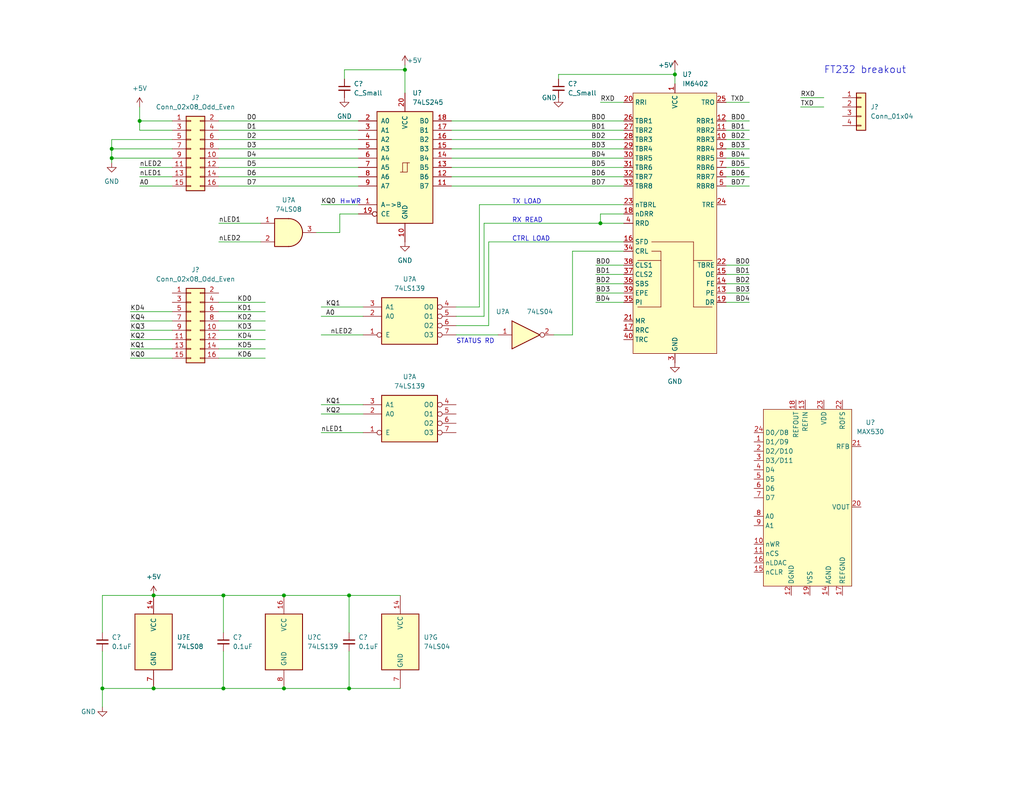
<source format=kicad_sch>
(kicad_sch (version 20211123) (generator eeschema)
  (paper "USLetter")
  (title_block (title "DAQ / Control Interface") (company "UPCO Graphic Systems"))
  (lib_symbols
    (symbol "74xx:74LS04"
      (property "Reference" "U" (at 0 1.27 0))
      (property "Value" "74LS04" (at 0 -1.27 0))
      (symbol "74LS04_1_0"
        (polyline (pts (xy -3.81 3.81) (xy -3.81 -3.81) (xy 3.81 0) (xy -3.81 3.81)) (stroke (width 0.254)) (fill (type background)))
        (pin input line (at -7.62 0 0) (length 3.81) (name "~") (number "1"))
        (pin output inverted (at 7.62 0 180) (length 3.81) (name "~") (number "2"))
      )
      (symbol "74LS04_2_0"
        (polyline (pts (xy -3.81 3.81) (xy -3.81 -3.81) (xy 3.81 0) (xy -3.81 3.81)) (stroke (width 0.254)) (fill (type background)))
        (pin input line (at -7.62 0 0) (length 3.81) (name "~") (number "3"))
        (pin output inverted (at 7.62 0 180) (length 3.81) (name "~") (number "4"))
      )
      (symbol "74LS04_3_0"
        (polyline (pts (xy -3.81 3.81) (xy -3.81 -3.81) (xy 3.81 0) (xy -3.81 3.81)) (stroke (width 0.254)) (fill (type background)))
        (pin input line (at -7.62 0 0) (length 3.81) (name "~") (number "5"))
        (pin output inverted (at 7.62 0 180) (length 3.81) (name "~") (number "6"))
      )
      (symbol "74LS04_4_0"
        (polyline (pts (xy -3.81 3.81) (xy -3.81 -3.81) (xy 3.81 0) (xy -3.81 3.81)) (stroke (width 0.254)) (fill (type background)))
        (pin output inverted (at 7.62 0 180) (length 3.81) (name "~") (number "8"))
        (pin input line (at -7.62 0 0) (length 3.81) (name "~") (number "9"))
      )
      (symbol "74LS04_5_0"
        (polyline (pts (xy -3.81 3.81) (xy -3.81 -3.81) (xy 3.81 0) (xy -3.81 3.81)) (stroke (width 0.254)) (fill (type background)))
        (pin output inverted (at 7.62 0 180) (length 3.81) (name "~") (number "10"))
        (pin input line (at -7.62 0 0) (length 3.81) (name "~") (number "11"))
      )
      (symbol "74LS04_6_0"
        (polyline (pts (xy -3.81 3.81) (xy -3.81 -3.81) (xy 3.81 0) (xy -3.81 3.81)) (stroke (width 0.254)) (fill (type background)))
        (pin output inverted (at 7.62 0 180) (length 3.81) (name "~") (number "12"))
        (pin input line (at -7.62 0 0) (length 3.81) (name "~") (number "13"))
      )
      (symbol "74LS04_7_0"
        (pin power_in line (at 0 12.7 270) (length 5.08) (name "VCC") (number "14"))
        (pin power_in line (at 0 -12.7 90) (length 5.08) (name "GND") (number "7"))
      )
      (symbol "74LS04_7_1"
        (rectangle (start -5.08 7.62) (end 5.08 -7.62) (stroke (width 0.254)) (fill (type background)))
      )
    )
    (symbol "74xx:74LS08" (pin_names (offset 1.016))
      (property "Reference" "U" (at 0 1.27 0))
      (property "Value" "74LS08" (at 0 -1.27 0))
      (symbol "74LS08_1_1"
        (arc (start 0 -3.81) (mid 3.81 0) (end 0 3.81) (stroke (width 0.254)) (fill (type background)))
        (polyline (pts (xy 0 3.81) (xy -3.81 3.81) (xy -3.81 -3.81) (xy 0 -3.81)) (stroke (width 0.254)) (fill (type background)))
        (pin input line (at -7.62 2.54 0) (length 3.81) (name "~") (number "1"))
        (pin input line (at -7.62 -2.54 0) (length 3.81) (name "~") (number "2"))
        (pin output line (at 7.62 0 180) (length 3.81) (name "~") (number "3"))
      )
      (symbol "74LS08_1_2"
        (arc (start -3.81 -3.81) (mid -2.589 0) (end -3.81 3.81) (stroke (width 0.254)))
        (arc (start -0.6096 -3.81) (mid 2.1842 -2.5851) (end 3.81 0) (stroke (width 0.254)) (fill (type background)))
        (polyline (pts (xy -3.81 -3.81) (xy -0.635 -3.81)) (stroke (width 0.254)) (fill (type background)))
        (polyline (pts (xy -3.81 3.81) (xy -0.635 3.81)) (stroke (width 0.254)) (fill (type background)))
        (polyline (pts (xy -0.635 3.81) (xy -3.81 3.81) (xy -3.81 3.81) (xy -3.556 3.4036) (xy -3.0226 2.2606) (xy -2.6924 1.0414) (xy -2.6162 -0.254) (xy -2.7686 -1.4986) (xy -3.175 -2.7178) (xy -3.81 -3.81) (xy -3.81 -3.81) (xy -0.635 -3.81)) (stroke (width -25.4)) (fill (type background)))
        (arc (start 3.81 0) (mid 2.1915 2.5936) (end -0.6096 3.81) (stroke (width 0.254)) (fill (type background)))
        (pin input inverted (at -7.62 2.54 0) (length 4.318) (name "~") (number "1"))
        (pin input inverted (at -7.62 -2.54 0) (length 4.318) (name "~") (number "2"))
        (pin output inverted (at 7.62 0 180) (length 3.81) (name "~") (number "3"))
      )
      (symbol "74LS08_2_1"
        (arc (start 0 -3.81) (mid 3.81 0) (end 0 3.81) (stroke (width 0.254)) (fill (type background)))
        (polyline (pts (xy 0 3.81) (xy -3.81 3.81) (xy -3.81 -3.81) (xy 0 -3.81)) (stroke (width 0.254)) (fill (type background)))
        (pin input line (at -7.62 2.54 0) (length 3.81) (name "~") (number "4"))
        (pin input line (at -7.62 -2.54 0) (length 3.81) (name "~") (number "5"))
        (pin output line (at 7.62 0 180) (length 3.81) (name "~") (number "6"))
      )
      (symbol "74LS08_2_2"
        (arc (start -3.81 -3.81) (mid -2.589 0) (end -3.81 3.81) (stroke (width 0.254)))
        (arc (start -0.6096 -3.81) (mid 2.1842 -2.5851) (end 3.81 0) (stroke (width 0.254)) (fill (type background)))
        (polyline (pts (xy -3.81 -3.81) (xy -0.635 -3.81)) (stroke (width 0.254)) (fill (type background)))
        (polyline (pts (xy -3.81 3.81) (xy -0.635 3.81)) (stroke (width 0.254)) (fill (type background)))
        (polyline (pts (xy -0.635 3.81) (xy -3.81 3.81) (xy -3.81 3.81) (xy -3.556 3.4036) (xy -3.0226 2.2606) (xy -2.6924 1.0414) (xy -2.6162 -0.254) (xy -2.7686 -1.4986) (xy -3.175 -2.7178) (xy -3.81 -3.81) (xy -3.81 -3.81) (xy -0.635 -3.81)) (stroke (width -25.4)) (fill (type background)))
        (arc (start 3.81 0) (mid 2.1915 2.5936) (end -0.6096 3.81) (stroke (width 0.254)) (fill (type background)))
        (pin input inverted (at -7.62 2.54 0) (length 4.318) (name "~") (number "4"))
        (pin input inverted (at -7.62 -2.54 0) (length 4.318) (name "~") (number "5"))
        (pin output inverted (at 7.62 0 180) (length 3.81) (name "~") (number "6"))
      )
      (symbol "74LS08_3_1"
        (arc (start 0 -3.81) (mid 3.81 0) (end 0 3.81) (stroke (width 0.254)) (fill (type background)))
        (polyline (pts (xy 0 3.81) (xy -3.81 3.81) (xy -3.81 -3.81) (xy 0 -3.81)) (stroke (width 0.254)) (fill (type background)))
        (pin input line (at -7.62 -2.54 0) (length 3.81) (name "~") (number "10"))
        (pin output line (at 7.62 0 180) (length 3.81) (name "~") (number "8"))
        (pin input line (at -7.62 2.54 0) (length 3.81) (name "~") (number "9"))
      )
      (symbol "74LS08_3_2"
        (arc (start -3.81 -3.81) (mid -2.589 0) (end -3.81 3.81) (stroke (width 0.254)))
        (arc (start -0.6096 -3.81) (mid 2.1842 -2.5851) (end 3.81 0) (stroke (width 0.254)) (fill (type background)))
        (polyline (pts (xy -3.81 -3.81) (xy -0.635 -3.81)) (stroke (width 0.254)) (fill (type background)))
        (polyline (pts (xy -3.81 3.81) (xy -0.635 3.81)) (stroke (width 0.254)) (fill (type background)))
        (polyline (pts (xy -0.635 3.81) (xy -3.81 3.81) (xy -3.81 3.81) (xy -3.556 3.4036) (xy -3.0226 2.2606) (xy -2.6924 1.0414) (xy -2.6162 -0.254) (xy -2.7686 -1.4986) (xy -3.175 -2.7178) (xy -3.81 -3.81) (xy -3.81 -3.81) (xy -0.635 -3.81)) (stroke (width -25.4)) (fill (type background)))
        (arc (start 3.81 0) (mid 2.1915 2.5936) (end -0.6096 3.81) (stroke (width 0.254)) (fill (type background)))
        (pin input inverted (at -7.62 -2.54 0) (length 4.318) (name "~") (number "10"))
        (pin output inverted (at 7.62 0 180) (length 3.81) (name "~") (number "8"))
        (pin input inverted (at -7.62 2.54 0) (length 4.318) (name "~") (number "9"))
      )
      (symbol "74LS08_4_1"
        (arc (start 0 -3.81) (mid 3.81 0) (end 0 3.81) (stroke (width 0.254)) (fill (type background)))
        (polyline (pts (xy 0 3.81) (xy -3.81 3.81) (xy -3.81 -3.81) (xy 0 -3.81)) (stroke (width 0.254)) (fill (type background)))
        (pin output line (at 7.62 0 180) (length 3.81) (name "~") (number "11"))
        (pin input line (at -7.62 2.54 0) (length 3.81) (name "~") (number "12"))
        (pin input line (at -7.62 -2.54 0) (length 3.81) (name "~") (number "13"))
      )
      (symbol "74LS08_4_2"
        (arc (start -3.81 -3.81) (mid -2.589 0) (end -3.81 3.81) (stroke (width 0.254)))
        (arc (start -0.6096 -3.81) (mid 2.1842 -2.5851) (end 3.81 0) (stroke (width 0.254)) (fill (type background)))
        (polyline (pts (xy -3.81 -3.81) (xy -0.635 -3.81)) (stroke (width 0.254)) (fill (type background)))
        (polyline (pts (xy -3.81 3.81) (xy -0.635 3.81)) (stroke (width 0.254)) (fill (type background)))
        (polyline (pts (xy -0.635 3.81) (xy -3.81 3.81) (xy -3.81 3.81) (xy -3.556 3.4036) (xy -3.0226 2.2606) (xy -2.6924 1.0414) (xy -2.6162 -0.254) (xy -2.7686 -1.4986) (xy -3.175 -2.7178) (xy -3.81 -3.81) (xy -3.81 -3.81) (xy -0.635 -3.81)) (stroke (width -25.4)) (fill (type background)))
        (arc (start 3.81 0) (mid 2.1915 2.5936) (end -0.6096 3.81) (stroke (width 0.254)) (fill (type background)))
        (pin output inverted (at 7.62 0 180) (length 3.81) (name "~") (number "11"))
        (pin input inverted (at -7.62 2.54 0) (length 4.318) (name "~") (number "12"))
        (pin input inverted (at -7.62 -2.54 0) (length 4.318) (name "~") (number "13"))
      )
      (symbol "74LS08_5_0"
        (pin power_in line (at 0 12.7 270) (length 5.08) (name "VCC") (number "14"))
        (pin power_in line (at 0 -12.7 90) (length 5.08) (name "GND") (number "7"))
      )
      (symbol "74LS08_5_1"
        (rectangle (start -5.08 7.62) (end 5.08 -7.62) (stroke (width 0.254)) (fill (type background)))
      )
    )
    (symbol "74xx:74LS139" (pin_names (offset 1.016))
      (property "Reference" "U" (at -7.62 8.89 0))
      (property "Value" "74LS139" (at -7.62 -8.89 0))
      (symbol "74LS139_1_0"
        (pin input inverted (at -12.7 -5.08 0) (length 5.08) (name "E") (number "1"))
        (pin input line (at -12.7 0 0) (length 5.08) (name "A0") (number "2"))
        (pin input line (at -12.7 2.54 0) (length 5.08) (name "A1") (number "3"))
        (pin output inverted (at 12.7 2.54 180) (length 5.08) (name "O0") (number "4"))
        (pin output inverted (at 12.7 0 180) (length 5.08) (name "O1") (number "5"))
        (pin output inverted (at 12.7 -2.54 180) (length 5.08) (name "O2") (number "6"))
        (pin output inverted (at 12.7 -5.08 180) (length 5.08) (name "O3") (number "7"))
      )
      (symbol "74LS139_1_1"
        (rectangle (start -7.62 5.08) (end 7.62 -7.62) (stroke (width 0.254)) (fill (type background)))
      )
      (symbol "74LS139_2_0"
        (pin output inverted (at 12.7 -2.54 180) (length 5.08) (name "O2") (number "10"))
        (pin output inverted (at 12.7 0 180) (length 5.08) (name "O1") (number "11"))
        (pin output inverted (at 12.7 2.54 180) (length 5.08) (name "O0") (number "12"))
        (pin input line (at -12.7 2.54 0) (length 5.08) (name "A1") (number "13"))
        (pin input line (at -12.7 0 0) (length 5.08) (name "A0") (number "14"))
        (pin input inverted (at -12.7 -5.08 0) (length 5.08) (name "E") (number "15"))
        (pin output inverted (at 12.7 -5.08 180) (length 5.08) (name "O3") (number "9"))
      )
      (symbol "74LS139_2_1"
        (rectangle (start -7.62 5.08) (end 7.62 -7.62) (stroke (width 0.254)) (fill (type background)))
      )
      (symbol "74LS139_3_0"
        (pin power_in line (at 0 12.7 270) (length 5.08) (name "VCC") (number "16"))
        (pin power_in line (at 0 -12.7 90) (length 5.08) (name "GND") (number "8"))
      )
      (symbol "74LS139_3_1"
        (rectangle (start -5.08 7.62) (end 5.08 -7.62) (stroke (width 0.254)) (fill (type background)))
      )
    )
    (symbol "74xx:74LS245" (pin_names (offset 1.016))
      (property "Reference" "U" (at -7.62 16.51 0))
      (property "Value" "74LS245" (at -7.62 -16.51 0))
      (symbol "74LS245_1_0"
        (polyline (pts (xy -0.635 -1.27) (xy -0.635 1.27) (xy 0.635 1.27)))
        (polyline (pts (xy -1.27 -1.27) (xy 0.635 -1.27) (xy 0.635 1.27) (xy 1.27 1.27)))
        (pin input line (at -12.7 -10.16 0) (length 5.08) (name "A->B") (number "1"))
        (pin power_in line (at 0 -20.32 90) (length 5.08) (name "GND") (number "10"))
        (pin tri_state line (at 12.7 -5.08 180) (length 5.08) (name "B7") (number "11"))
        (pin tri_state line (at 12.7 -2.54 180) (length 5.08) (name "B6") (number "12"))
        (pin tri_state line (at 12.7 0 180) (length 5.08) (name "B5") (number "13"))
        (pin tri_state line (at 12.7 2.54 180) (length 5.08) (name "B4") (number "14"))
        (pin tri_state line (at 12.7 5.08 180) (length 5.08) (name "B3") (number "15"))
        (pin tri_state line (at 12.7 7.62 180) (length 5.08) (name "B2") (number "16"))
        (pin tri_state line (at 12.7 10.16 180) (length 5.08) (name "B1") (number "17"))
        (pin tri_state line (at 12.7 12.7 180) (length 5.08) (name "B0") (number "18"))
        (pin input inverted (at -12.7 -12.7 0) (length 5.08) (name "CE") (number "19"))
        (pin tri_state line (at -12.7 12.7 0) (length 5.08) (name "A0") (number "2"))
        (pin power_in line (at 0 20.32 270) (length 5.08) (name "VCC") (number "20"))
        (pin tri_state line (at -12.7 10.16 0) (length 5.08) (name "A1") (number "3"))
        (pin tri_state line (at -12.7 7.62 0) (length 5.08) (name "A2") (number "4"))
        (pin tri_state line (at -12.7 5.08 0) (length 5.08) (name "A3") (number "5"))
        (pin tri_state line (at -12.7 2.54 0) (length 5.08) (name "A4") (number "6"))
        (pin tri_state line (at -12.7 0 0) (length 5.08) (name "A5") (number "7"))
        (pin tri_state line (at -12.7 -2.54 0) (length 5.08) (name "A6") (number "8"))
        (pin tri_state line (at -12.7 -5.08 0) (length 5.08) (name "A7") (number "9"))
      )
      (symbol "74LS245_1_1"
        (rectangle (start -7.62 15.24) (end 7.62 -15.24) (stroke (width 0.254)) (fill (type background)))
      )
    )
    (symbol "Connector_Generic:Conn_01x04" (pin_names (offset 1.016) hide)
      (property "Reference" "J" (at 0 5.08 0))
      (property "Value" "Conn_01x04" (at 0 -7.62 0))
      (symbol "Conn_01x04_1_1"
        (rectangle (start -1.27 -4.953) (end 0 -5.207) (stroke (width 0.1524)))
        (rectangle (start -1.27 -2.413) (end 0 -2.667) (stroke (width 0.1524)))
        (rectangle (start -1.27 0.127) (end 0 -0.127) (stroke (width 0.1524)))
        (rectangle (start -1.27 2.667) (end 0 2.413) (stroke (width 0.1524)))
        (rectangle (start -1.27 3.81) (end 1.27 -6.35) (stroke (width 0.254)) (fill (type background)))
        (pin passive line (at -5.08 2.54 0) (length 3.81) (name "Pin_1") (number "1"))
        (pin passive line (at -5.08 0 0) (length 3.81) (name "Pin_2") (number "2"))
        (pin passive line (at -5.08 -2.54 0) (length 3.81) (name "Pin_3") (number "3"))
        (pin passive line (at -5.08 -5.08 0) (length 3.81) (name "Pin_4") (number "4"))
      )
    )
    (symbol "Connector_Generic:Conn_02x08_Odd_Even" (pin_names (offset 1.016) hide)
      (property "Reference" "J" (at 1.27 10.16 0))
      (property "Value" "Conn_02x08_Odd_Even" (at 1.27 -12.7 0))
      (symbol "Conn_02x08_Odd_Even_1_1"
        (rectangle (start -1.27 -10.033) (end 0 -10.287) (stroke (width 0.1524)))
        (rectangle (start -1.27 -7.493) (end 0 -7.747) (stroke (width 0.1524)))
        (rectangle (start -1.27 -4.953) (end 0 -5.207) (stroke (width 0.1524)))
        (rectangle (start -1.27 -2.413) (end 0 -2.667) (stroke (width 0.1524)))
        (rectangle (start -1.27 0.127) (end 0 -0.127) (stroke (width 0.1524)))
        (rectangle (start -1.27 2.667) (end 0 2.413) (stroke (width 0.1524)))
        (rectangle (start -1.27 5.207) (end 0 4.953) (stroke (width 0.1524)))
        (rectangle (start -1.27 7.747) (end 0 7.493) (stroke (width 0.1524)))
        (rectangle (start -1.27 8.89) (end 3.81 -11.43) (stroke (width 0.254)) (fill (type background)))
        (rectangle (start 3.81 -10.033) (end 2.54 -10.287) (stroke (width 0.1524)))
        (rectangle (start 3.81 -7.493) (end 2.54 -7.747) (stroke (width 0.1524)))
        (rectangle (start 3.81 -4.953) (end 2.54 -5.207) (stroke (width 0.1524)))
        (rectangle (start 3.81 -2.413) (end 2.54 -2.667) (stroke (width 0.1524)))
        (rectangle (start 3.81 0.127) (end 2.54 -0.127) (stroke (width 0.1524)))
        (rectangle (start 3.81 2.667) (end 2.54 2.413) (stroke (width 0.1524)))
        (rectangle (start 3.81 5.207) (end 2.54 4.953) (stroke (width 0.1524)))
        (rectangle (start 3.81 7.747) (end 2.54 7.493) (stroke (width 0.1524)))
        (pin passive line (at -5.08 7.62 0) (length 3.81) (name "Pin_1") (number "1"))
        (pin passive line (at 7.62 -2.54 180) (length 3.81) (name "Pin_10") (number "10"))
        (pin passive line (at -5.08 -5.08 0) (length 3.81) (name "Pin_11") (number "11"))
        (pin passive line (at 7.62 -5.08 180) (length 3.81) (name "Pin_12") (number "12"))
        (pin passive line (at -5.08 -7.62 0) (length 3.81) (name "Pin_13") (number "13"))
        (pin passive line (at 7.62 -7.62 180) (length 3.81) (name "Pin_14") (number "14"))
        (pin passive line (at -5.08 -10.16 0) (length 3.81) (name "Pin_15") (number "15"))
        (pin passive line (at 7.62 -10.16 180) (length 3.81) (name "Pin_16") (number "16"))
        (pin passive line (at 7.62 7.62 180) (length 3.81) (name "Pin_2") (number "2"))
        (pin passive line (at -5.08 5.08 0) (length 3.81) (name "Pin_3") (number "3"))
        (pin passive line (at 7.62 5.08 180) (length 3.81) (name "Pin_4") (number "4"))
        (pin passive line (at -5.08 2.54 0) (length 3.81) (name "Pin_5") (number "5"))
        (pin passive line (at 7.62 2.54 180) (length 3.81) (name "Pin_6") (number "6"))
        (pin passive line (at -5.08 0 0) (length 3.81) (name "Pin_7") (number "7"))
        (pin passive line (at 7.62 0 180) (length 3.81) (name "Pin_8") (number "8"))
        (pin passive line (at -5.08 -2.54 0) (length 3.81) (name "Pin_9") (number "9"))
      )
    )
    (symbol "Device:C_Small" (pin_numbers hide) (pin_names (offset 0.254) hide)
      (property "Reference" "C" (at 0.254 1.778 0))
      (property "Value" "C_Small" (at 0.254 -2.032 0))
      (symbol "C_Small_0_1"
        (polyline (pts (xy -1.524 -0.508) (xy 1.524 -0.508)) (stroke (width 0.3302)))
        (polyline (pts (xy -1.524 0.508) (xy 1.524 0.508)) (stroke (width 0.3048)))
      )
      (symbol "C_Small_1_1"
        (pin passive line (at 0 2.54 270) (length 2.032) (name "~") (number "1"))
        (pin passive line (at 0 -2.54 90) (length 2.032) (name "~") (number "2"))
      )
    )
    (symbol "MAX530:MAX530"
      (property "Reference" "U" (at 1.27 11.43 0))
      (property "Value" "MAX530" (at 3.81 8.89 0))
      (symbol "MAX530_0_1"
        (rectangle (start 2.54 6.35) (end 26.67 -41.91) (fill (type background)))
      )
      (symbol "MAX530_1_1"
        (pin input line (at 0 -2.54 0) (length 2.54) (name "D1/D9") (number "1"))
        (pin input line (at 0 -30.48 0) (length 2.54) (name "nWR") (number "10"))
        (pin input line (at 0 -33.02 0) (length 2.54) (name "nCS") (number "11"))
        (pin passive line (at 10.16 -44.45 90) (length 2.54) (name "DGND") (number "12"))
        (pin passive line (at 13.97 8.89 270) (length 2.54) (name "REFIN") (number "13"))
        (pin passive line (at 20.32 -44.45 90) (length 2.54) (name "AGND") (number "14"))
        (pin input line (at 0 -38.1 0) (length 2.54) (name "nCLR") (number "15"))
        (pin input line (at 0 -35.56 0) (length 2.54) (name "nLDAC") (number "16"))
        (pin passive line (at 24.13 -44.45 90) (length 2.54) (name "REFGND") (number "17"))
        (pin passive line (at 11.43 8.89 270) (length 2.54) (name "REFOUT") (number "18"))
        (pin passive line (at 15.24 -44.45 90) (length 2.54) (name "VSS") (number "19"))
        (pin input line (at 0 -5.08 0) (length 2.54) (name "D2/D10") (number "2"))
        (pin passive line (at 29.21 -20.32 180) (length 2.54) (name "VOUT") (number "20"))
        (pin passive line (at 29.21 -3.81 180) (length 2.54) (name "RFB") (number "21"))
        (pin passive line (at 24.13 8.89 270) (length 2.54) (name "ROFS") (number "22"))
        (pin passive line (at 19.05 8.89 270) (length 2.54) (name "VDD") (number "23"))
        (pin input line (at 0 0 0) (length 2.54) (name "D0/D8") (number "24"))
        (pin input line (at 0 -7.62 0) (length 2.54) (name "D3/D11") (number "3"))
        (pin input line (at 0 -10.16 0) (length 2.54) (name "D4") (number "4"))
        (pin input line (at 0 -12.7 0) (length 2.54) (name "D5") (number "5"))
        (pin input line (at 0 -15.24 0) (length 2.54) (name "D6") (number "6"))
        (pin input line (at 0 -17.78 0) (length 2.54) (name "D7") (number "7"))
        (pin input line (at 0 -22.86 0) (length 2.54) (name "A0") (number "8"))
        (pin input line (at 0 -25.4 0) (length 2.54) (name "A1") (number "9"))
      )
    )
    (symbol "UART:IM6402"
      (property "Reference" "U" (at 20.32 13.97 0))
      (property "Value" "IM6402" (at 22.86 11.43 0))
      (symbol "IM6402_0_1"
        (polyline (pts (xy 7.62 -33.02) (xy 19.05 -33.02)))
        (polyline (pts (xy 10.16 -50.8) (xy 3.81 -50.8)))
        (polyline (pts (xy 10.16 -38.1) (xy 3.81 -38.1)))
        (polyline (pts (xy 19.05 -50.8) (xy 24.13 -50.8)))
        (polyline (pts (xy 19.05 -38.1) (xy 24.13 -38.1)))
        (polyline (pts (xy 19.05 -33.02) (xy 19.05 -50.8)))
        (polyline (pts (xy 7.62 -35.56) (xy 10.16 -35.56) (xy 10.16 -50.8)))
        (rectangle (start 2.54 7.62) (end 25.4 -63.5) (fill (type background)))
      )
      (symbol "IM6402_1_1"
        (pin passive line (at 13.97 10.16 270) (length 2.54) (name "VCC") (number "1"))
        (pin output line (at 27.94 -5.08 180) (length 2.54) (name "RBR3") (number "10"))
        (pin output line (at 27.94 -2.54 180) (length 2.54) (name "RBR2") (number "11"))
        (pin output line (at 27.94 0 180) (length 2.54) (name "RBR1") (number "12"))
        (pin output line (at 27.94 -46.99 180) (length 2.54) (name "PE") (number "13"))
        (pin output line (at 27.94 -44.45 180) (length 2.54) (name "FE") (number "14"))
        (pin output line (at 27.94 -41.91 180) (length 2.54) (name "OE") (number "15"))
        (pin input line (at 0 -33.02 0) (length 2.54) (name "SFD") (number "16"))
        (pin input line (at 0 -57.15 0) (length 2.54) (name "RRC") (number "17"))
        (pin input line (at 0 -25.4 0) (length 2.54) (name "nDRR") (number "18"))
        (pin output line (at 27.94 -49.53 180) (length 2.54) (name "DR") (number "19"))
        (pin input line (at 0 5.08 0) (length 2.54) (name "RRI") (number "20"))
        (pin input line (at 0 -54.61 0) (length 2.54) (name "MR") (number "21"))
        (pin output line (at 27.94 -39.37 180) (length 2.54) (name "TBRE") (number "22"))
        (pin input line (at 0 -22.86 0) (length 2.54) (name "nTBRL") (number "23"))
        (pin output line (at 27.94 -22.86 180) (length 2.54) (name "TRE") (number "24"))
        (pin output line (at 27.94 5.08 180) (length 2.54) (name "TRO") (number "25"))
        (pin input line (at 0 0 0) (length 2.54) (name "TBR1") (number "26"))
        (pin input line (at 0 -2.54 0) (length 2.54) (name "TBR2") (number "27"))
        (pin input line (at 0 -5.08 0) (length 2.54) (name "TBR3") (number "28"))
        (pin input line (at 0 -7.62 0) (length 2.54) (name "TBR4") (number "29"))
        (pin passive line (at 13.97 -66.04 90) (length 2.54) (name "GND") (number "3"))
        (pin input line (at 0 -10.16 0) (length 2.54) (name "TBR5") (number "30"))
        (pin input line (at 0 -12.7 0) (length 2.54) (name "TBR6") (number "31"))
        (pin input line (at 0 -15.24 0) (length 2.54) (name "TBR7") (number "32"))
        (pin input line (at 0 -17.78 0) (length 2.54) (name "TBR8") (number "33"))
        (pin input line (at 0 -35.56 0) (length 2.54) (name "CRL") (number "34"))
        (pin input line (at 0 -49.53 0) (length 2.54) (name "PI") (number "35"))
        (pin input line (at 0 -44.45 0) (length 2.54) (name "SBS") (number "36"))
        (pin input line (at 0 -41.91 0) (length 2.54) (name "CLS2") (number "37"))
        (pin input line (at 0 -39.37 0) (length 2.54) (name "CLS1") (number "38"))
        (pin input line (at 0 -46.99 0) (length 2.54) (name "EPE") (number "39"))
        (pin input line (at 0 -27.94 0) (length 2.54) (name "RRD") (number "4"))
        (pin input line (at 0 -59.69 0) (length 2.54) (name "TRC") (number "40"))
        (pin output line (at 27.94 -17.78 180) (length 2.54) (name "RBR8") (number "5"))
        (pin output line (at 27.94 -15.24 180) (length 2.54) (name "RBR7") (number "6"))
        (pin output line (at 27.94 -12.7 180) (length 2.54) (name "RBR6") (number "7"))
        (pin output line (at 27.94 -10.16 180) (length 2.54) (name "RBR5") (number "8"))
        (pin output line (at 27.94 -7.62 180) (length 2.54) (name "RBR4") (number "9"))
      )
    )
    (symbol "power:+5V" (power) (pin_names (offset 0))
      (property "Value" "+5V" (at 0 3.556 0))
      (symbol "+5V_0_1"
        (polyline (pts (xy -0.762 1.27) (xy 0 2.54)))
        (polyline (pts (xy 0 0) (xy 0 2.54)))
        (polyline (pts (xy 0 2.54) (xy 0.762 1.27)))
      )
      (symbol "+5V_1_1"
        (pin power_in line (at 0 0 90) (length 0) hide (name "+5V") (number "1"))
      )
    )
    (symbol "power:GND" (power) (pin_names (offset 0))
      (property "Value" "GND" (at 0 -3.81 0))
      (symbol "GND_0_1"
        (polyline (pts (xy 0 0) (xy 0 -1.27) (xy 1.27 -1.27) (xy 0 -2.54) (xy -1.27 -1.27) (xy 0 -1.27)))
      )
      (symbol "GND_1_1"
        (pin power_in line (at 0 0 270) (length 0) hide (name "GND") (number "1"))
      )
    )
  )
  (junction (at 41.91 187.96))
  (junction (at 30.48 40.64))
  (junction (at 38.1 33.02))
  (junction (at 60.96 162.56))
  (junction (at 95.25 162.56))
  (junction (at 41.91 162.56))
  (junction (at 77.47 187.96))
  (junction (at 77.47 162.56))
  (junction (at 27.94 187.96))
  (junction (at 30.48 43.18))
  (junction (at 60.96 187.96))
  (junction (at 163.83 60.96))
  (junction (at 184.15 20.32))
  (junction (at 95.25 187.96))
  (junction (at 110.49 19.05))
  (wire (pts (xy 30.48 43.18) (xy 30.48 44.45)))
  (wire (pts (xy 41.91 162.56) (xy 60.96 162.56)))
  (wire (pts (xy 59.69 66.04) (xy 71.12 66.04)))
  (wire (pts (xy 198.12 80.01) (xy 204.47 80.01)))
  (wire (pts (xy 95.25 162.56) (xy 109.22 162.56)))
  (wire (pts (xy 35.56 85.09) (xy 46.99 85.09)))
  (wire (pts (xy 198.12 50.8) (xy 204.47 50.8)))
  (wire (pts (xy 198.12 33.02) (xy 204.47 33.02)))
  (wire (pts (xy 218.44 29.21) (xy 224.79 29.21)))
  (wire (pts (xy 95.25 177.8) (xy 95.25 187.96)))
  (wire (pts (xy 27.94 177.8) (xy 27.94 187.96)))
  (wire (pts (xy 184.15 19.05) (xy 184.15 20.32)))
  (wire (pts (xy 123.19 35.56) (xy 170.18 35.56)))
  (wire (pts (xy 123.19 48.26) (xy 170.18 48.26)))
  (wire (pts (xy 156.21 68.58) (xy 170.18 68.58)))
  (wire (pts (xy 38.1 33.02) (xy 38.1 35.56)))
  (wire (pts (xy 60.96 162.56) (xy 60.96 172.72)))
  (wire (pts (xy 198.12 48.26) (xy 204.47 48.26)))
  (wire (pts (xy 77.47 187.96) (xy 95.25 187.96)))
  (wire (pts (xy 59.69 95.25) (xy 72.39 95.25)))
  (wire (pts (xy 27.94 187.96) (xy 27.94 193.04)))
  (wire (pts (xy 38.1 33.02) (xy 46.99 33.02)))
  (wire (pts (xy 35.56 92.71) (xy 46.99 92.71)))
  (wire (pts (xy 46.99 38.1) (xy 30.48 38.1)))
  (wire (pts (xy 92.71 58.42) (xy 97.79 58.42)))
  (wire (pts (xy 170.18 60.96) (xy 163.83 60.96)))
  (wire (pts (xy 133.35 66.04) (xy 133.35 88.9)))
  (wire (pts (xy 95.25 162.56) (xy 95.25 172.72)))
  (wire (pts (xy 59.69 48.26) (xy 97.79 48.26)))
  (wire (pts (xy 93.98 19.05) (xy 110.49 19.05)))
  (wire (pts (xy 27.94 172.72) (xy 27.94 162.56)))
  (wire (pts (xy 60.96 177.8) (xy 60.96 187.96)))
  (wire (pts (xy 163.83 27.94) (xy 170.18 27.94)))
  (wire (pts (xy 156.21 91.44) (xy 156.21 68.58)))
  (wire (pts (xy 152.4 20.32) (xy 184.15 20.32)))
  (wire (pts (xy 93.98 21.59) (xy 93.98 19.05)))
  (wire (pts (xy 124.46 83.82) (xy 130.81 83.82)))
  (wire (pts (xy 123.19 40.64) (xy 170.18 40.64)))
  (wire (pts (xy 46.99 35.56) (xy 38.1 35.56)))
  (wire (pts (xy 87.63 55.88) (xy 97.79 55.88)))
  (wire (pts (xy 110.49 19.05) (xy 110.49 25.4)))
  (wire (pts (xy 86.36 63.5) (xy 92.71 63.5)))
  (wire (pts (xy 27.94 187.96) (xy 41.91 187.96)))
  (wire (pts (xy 87.63 113.03) (xy 99.06 113.03)))
  (wire (pts (xy 35.56 87.63) (xy 46.99 87.63)))
  (wire (pts (xy 123.19 43.18) (xy 170.18 43.18)))
  (wire (pts (xy 59.69 85.09) (xy 72.39 85.09)))
  (wire (pts (xy 35.56 97.79) (xy 46.99 97.79)))
  (wire (pts (xy 198.12 35.56) (xy 204.47 35.56)))
  (wire (pts (xy 59.69 43.18) (xy 97.79 43.18)))
  (wire (pts (xy 123.19 45.72) (xy 170.18 45.72)))
  (wire (pts (xy 124.46 91.44) (xy 135.89 91.44)))
  (wire (pts (xy 198.12 43.18) (xy 204.47 43.18)))
  (wire (pts (xy 198.12 74.93) (xy 204.47 74.93)))
  (wire (pts (xy 59.69 82.55) (xy 72.39 82.55)))
  (wire (pts (xy 59.69 60.96) (xy 71.12 60.96)))
  (wire (pts (xy 170.18 55.88) (xy 130.81 55.88)))
  (wire (pts (xy 198.12 77.47) (xy 204.47 77.47)))
  (wire (pts (xy 77.47 162.56) (xy 95.25 162.56)))
  (wire (pts (xy 198.12 27.94) (xy 204.47 27.94)))
  (wire (pts (xy 87.63 83.82) (xy 99.06 83.82)))
  (wire (pts (xy 162.56 82.55) (xy 170.18 82.55)))
  (wire (pts (xy 59.69 45.72) (xy 97.79 45.72)))
  (wire (pts (xy 59.69 97.79) (xy 72.39 97.79)))
  (wire (pts (xy 59.69 50.8) (xy 97.79 50.8)))
  (wire (pts (xy 30.48 40.64) (xy 30.48 43.18)))
  (wire (pts (xy 132.08 60.96) (xy 132.08 86.36)))
  (wire (pts (xy 163.83 60.96) (xy 132.08 60.96)))
  (wire (pts (xy 184.15 20.32) (xy 184.15 22.86)))
  (wire (pts (xy 123.19 38.1) (xy 170.18 38.1)))
  (wire (pts (xy 38.1 45.72) (xy 46.99 45.72)))
  (wire (pts (xy 59.69 90.17) (xy 72.39 90.17)))
  (wire (pts (xy 123.19 50.8) (xy 170.18 50.8)))
  (wire (pts (xy 59.69 40.64) (xy 97.79 40.64)))
  (wire (pts (xy 163.83 58.42) (xy 163.83 60.96)))
  (wire (pts (xy 162.56 72.39) (xy 170.18 72.39)))
  (wire (pts (xy 198.12 45.72) (xy 204.47 45.72)))
  (wire (pts (xy 59.69 35.56) (xy 97.79 35.56)))
  (wire (pts (xy 41.91 187.96) (xy 60.96 187.96)))
  (wire (pts (xy 198.12 40.64) (xy 204.47 40.64)))
  (wire (pts (xy 38.1 48.26) (xy 46.99 48.26)))
  (wire (pts (xy 198.12 72.39) (xy 204.47 72.39)))
  (wire (pts (xy 38.1 29.21) (xy 38.1 33.02)))
  (wire (pts (xy 162.56 74.93) (xy 170.18 74.93)))
  (wire (pts (xy 92.71 63.5) (xy 92.71 58.42)))
  (wire (pts (xy 87.63 86.36) (xy 99.06 86.36)))
  (wire (pts (xy 87.63 91.44) (xy 99.06 91.44)))
  (wire (pts (xy 30.48 40.64) (xy 46.99 40.64)))
  (wire (pts (xy 110.49 17.78) (xy 110.49 19.05)))
  (wire (pts (xy 130.81 55.88) (xy 130.81 83.82)))
  (wire (pts (xy 95.25 187.96) (xy 109.22 187.96)))
  (wire (pts (xy 27.94 162.56) (xy 41.91 162.56)))
  (wire (pts (xy 30.48 43.18) (xy 46.99 43.18)))
  (wire (pts (xy 59.69 38.1) (xy 97.79 38.1)))
  (wire (pts (xy 87.63 110.49) (xy 99.06 110.49)))
  (wire (pts (xy 152.4 21.59) (xy 152.4 20.32)))
  (wire (pts (xy 151.13 91.44) (xy 156.21 91.44)))
  (wire (pts (xy 59.69 87.63) (xy 72.39 87.63)))
  (wire (pts (xy 30.48 38.1) (xy 30.48 40.64)))
  (wire (pts (xy 35.56 90.17) (xy 46.99 90.17)))
  (wire (pts (xy 170.18 58.42) (xy 163.83 58.42)))
  (wire (pts (xy 123.19 33.02) (xy 170.18 33.02)))
  (wire (pts (xy 198.12 38.1) (xy 204.47 38.1)))
  (wire (pts (xy 38.1 50.8) (xy 46.99 50.8)))
  (wire (pts (xy 124.46 88.9) (xy 133.35 88.9)))
  (wire (pts (xy 59.69 33.02) (xy 97.79 33.02)))
  (wire (pts (xy 35.56 95.25) (xy 46.99 95.25)))
  (wire (pts (xy 124.46 86.36) (xy 132.08 86.36)))
  (wire (pts (xy 162.56 80.01) (xy 170.18 80.01)))
  (wire (pts (xy 218.44 26.67) (xy 224.79 26.67)))
  (wire (pts (xy 198.12 82.55) (xy 204.47 82.55)))
  (wire (pts (xy 60.96 187.96) (xy 77.47 187.96)))
  (wire (pts (xy 60.96 162.56) (xy 77.47 162.56)))
  (wire (pts (xy 170.18 66.04) (xy 133.35 66.04)))
  (wire (pts (xy 59.69 92.71) (xy 72.39 92.71)))
  (wire (pts (xy 87.63 118.11) (xy 99.06 118.11)))
  (wire (pts (xy 162.56 77.47) (xy 170.18 77.47)))
  (text "FT232 breakout" (at 224.79 20.32 0) (effects (font (size 1.905 1.905)) (justify left bottom)))
  (text "RX READ" (at 139.7 60.96 0) (effects (font (size 1.27 1.27)) (justify left bottom)))
  (text "TX LOAD" (at 139.7 55.88 0) (effects (font (size 1.27 1.27)) (justify left bottom)))
  (text "H=WR" (at 92.71 55.88 0) (effects (font (size 1.27 1.27)) (justify left bottom)))
  (text "STATUS RD" (at 124.46 93.98 0) (effects (font (size 1.27 1.27)) (justify left bottom)))
  (text "CTRL LOAD" (at 139.7 66.04 0) (effects (font (size 1.27 1.27)) (justify left bottom)))
  (label "KQ2" (at 35.56 92.71 0))
  (label "BD1" (at 200.66 74.93 0))
  (label "KD4" (at 35.56 85.09 0))
  (label "KQ0" (at 87.63 55.88 0))
  (label "BD4" (at 199.39 43.18 0))
  (label "KD4" (at 64.77 92.71 0))
  (label "BD4" (at 200.66 82.55 0))
  (label "KQ1" (at 35.56 95.25 0))
  (label "KD3" (at 64.77 90.17 0))
  (label "BD0" (at 161.29 33.02 0))
  (label "BD6" (at 199.39 48.26 0))
  (label "TXD" (at 218.44 29.21 0))
  (label "RXD" (at 218.44 26.67 0))
  (label "KQ2" (at 88.9 113.03 0))
  (label "KD5" (at 64.77 95.25 0))
  (label "A0" (at 88.9 86.36 0))
  (label "KQ3" (at 35.56 90.17 0))
  (label "nLED2" (at 38.1 45.72 0))
  (label "D6" (at 67.31 48.26 0))
  (label "KD0" (at 64.77 82.55 0))
  (label "BD2" (at 162.56 77.47 0))
  (label "BD4" (at 161.29 43.18 0))
  (label "KQ4" (at 35.56 87.63 0))
  (label "D1" (at 67.31 35.56 0))
  (label "BD3" (at 162.56 80.01 0))
  (label "nLED1" (at 59.69 60.96 0))
  (label "BD1" (at 162.56 74.93 0))
  (label "nLED1" (at 38.1 48.26 0))
  (label "TXD" (at 199.39 27.94 0))
  (label "BD1" (at 161.29 35.56 0))
  (label "KD6" (at 64.77 97.79 0))
  (label "BD5" (at 161.29 45.72 0))
  (label "BD2" (at 200.66 77.47 0))
  (label "BD5" (at 199.39 45.72 0))
  (label "BD2" (at 199.39 38.1 0))
  (label "KD2" (at 64.77 87.63 0))
  (label "nLED1" (at 87.63 118.11 0))
  (label "A0" (at 38.1 50.8 0))
  (label "D3" (at 67.31 40.64 0))
  (label "BD0" (at 162.56 72.39 0))
  (label "BD4" (at 162.56 82.55 0))
  (label "BD1" (at 199.39 35.56 0))
  (label "D7" (at 67.31 50.8 0))
  (label "BD6" (at 161.29 48.26 0))
  (label "KQ0" (at 35.56 97.79 0))
  (label "D2" (at 67.31 38.1 0))
  (label "BD0" (at 200.66 72.39 0))
  (label "D5" (at 67.31 45.72 0))
  (label "BD2" (at 161.29 38.1 0))
  (label "KQ1" (at 88.9 83.82 0))
  (label "D4" (at 67.31 43.18 0))
  (label "KQ1" (at 88.9 110.49 0))
  (label "BD3" (at 200.66 80.01 0))
  (label "BD0" (at 199.39 33.02 0))
  (label "BD3" (at 199.39 40.64 0))
  (label "nLED2" (at 59.69 66.04 0))
  (label "RXD" (at 163.83 27.94 0))
  (label "BD3" (at 161.29 40.64 0))
  (label "BD7" (at 199.39 50.8 0))
  (label "BD7" (at 161.29 50.8 0))
  (label "nLED2" (at 90.17 91.44 0))
  (label "D0" (at 67.31 33.02 0))
  (label "KD1" (at 64.77 85.09 0))
  (symbol (lib_id "power:GND") (at 110.49 66.04 0) (unit 1)
    (property "Reference" "#PWR?" (effects hide))
    (property "Value" "GND" (at 110.49 71.12 0))
  )
  (symbol (lib_id "Device:C_Small") (at 27.94 175.26 0) (unit 1)
    (property "Reference" "C?" (at 30.48 173.9962 0) (effects (justify left)))
    (property "Value" "0.1uF" (at 30.48 176.5362 0) (effects (justify left)))
  )
  (symbol (lib_id "power:GND") (at 152.4 26.67 0) (unit 1)
    (property "Reference" "#PWR?" (effects hide))
    (property "Value" "GND" (at 149.86 26.67 0))
  )
  (symbol (lib_id "74xx:74LS139") (at 111.76 86.36 0) (unit 1)
    (property "Reference" "U?" (at 111.76 76.2 0))
    (property "Value" "74LS139" (at 111.76 78.74 0))
    (property "Datasheet" "http://www.ti.com/lit/ds/symlink/sn74ls139a.pdf" (effects hide))
  )
  (symbol (lib_id "Connector_Generic:Conn_02x08_Odd_Even") (at 52.07 87.63 0) (unit 1)
    (property "Reference" "J?" (at 53.34 73.66 0))
    (property "Value" "Conn_02x08_Odd_Even" (at 53.34 76.2 0))
  )
  (symbol (lib_id "74xx:74LS04") (at 143.51 91.44 0) (unit 1)
    (property "Reference" "U?" (at 137.16 85.09 0))
    (property "Value" "74LS04" (at 147.32 85.09 0))
    (property "Datasheet" "http://www.ti.com/lit/gpn/sn74LS04" (effects hide))
  )
  (symbol (lib_id "MAX530:MAX530") (at 205.74 118.11 0) (unit 1)
    (property "Reference" "U?" (at 237.49 115.3412 0))
    (property "Value" "MAX530" (at 237.49 117.8812 0))
  )
  (symbol (lib_id "74xx:74LS139") (at 77.47 175.26 0) (unit 3)
    (property "Reference" "U?" (at 83.82 173.9899 0) (effects (justify left)))
    (property "Value" "74LS139" (at 83.82 176.5299 0) (effects (justify left)))
    (property "Datasheet" "http://www.ti.com/lit/ds/symlink/sn74ls139a.pdf" (effects hide))
  )
  (symbol (lib_id "74xx:74LS139") (at 111.76 113.03 0) (unit 1)
    (property "Reference" "U?" (at 111.76 102.87 0))
    (property "Value" "74LS139" (at 111.76 105.41 0))
    (property "Datasheet" "http://www.ti.com/lit/ds/symlink/sn74ls139a.pdf" (effects hide))
  )
  (symbol (lib_id "Device:C_Small") (at 152.4 24.13 0) (unit 1)
    (property "Reference" "C?" (at 154.94 22.8662 0) (effects (justify left)))
    (property "Value" "C_Small" (at 154.94 25.4062 0) (effects (justify left)))
  )
  (symbol (lib_id "Device:C_Small") (at 93.98 24.13 0) (unit 1)
    (property "Reference" "C?" (at 96.52 22.8662 0) (effects (justify left)))
    (property "Value" "C_Small" (at 96.52 25.4062 0) (effects (justify left)))
  )
  (symbol (lib_id "power:GND") (at 184.15 99.06 0) (unit 1)
    (property "Reference" "#PWR?" (effects hide))
    (property "Value" "GND" (at 184.15 104.14 0))
  )
  (symbol (lib_id "UART:IM6402") (at 170.18 33.02 0) (unit 1)
    (property "Reference" "U?" (at 186.1694 20.32 0) (effects (justify left)))
    (property "Value" "IM6402" (at 186.1694 22.86 0) (effects (justify left)))
  )
  (symbol (lib_id "74xx:74LS08") (at 78.74 63.5 0) (unit 1)
    (property "Reference" "U?" (at 78.74 54.61 0))
    (property "Value" "74LS08" (at 78.74 57.15 0))
    (property "Datasheet" "http://www.ti.com/lit/gpn/sn74LS08" (effects hide))
  )
  (symbol (lib_id "Device:C_Small") (at 60.96 175.26 0) (unit 1)
    (property "Reference" "C?" (at 63.5 173.9962 0) (effects (justify left)))
    (property "Value" "0.1uF" (at 63.5 176.5362 0) (effects (justify left)))
  )
  (symbol (lib_id "74xx:74LS08") (at 41.91 175.26 0) (unit 5)
    (property "Reference" "U?" (at 48.26 173.9899 0) (effects (justify left)))
    (property "Value" "74LS08" (at 48.26 176.5299 0) (effects (justify left)))
    (property "Datasheet" "http://www.ti.com/lit/gpn/sn74LS08" (effects hide))
  )
  (symbol (lib_id "Connector_Generic:Conn_02x08_Odd_Even") (at 52.07 40.64 0) (unit 1)
    (property "Reference" "J?" (at 53.34 26.67 0))
    (property "Value" "Conn_02x08_Odd_Even" (at 53.34 29.21 0))
  )
  (symbol (lib_id "power:+5V") (at 38.1 29.21 0) (unit 1)
    (property "Reference" "#PWR?" (effects hide))
    (property "Value" "+5V" (at 38.1 24.13 0))
  )
  (symbol (lib_id "power:+5V") (at 110.49 17.78 0) (unit 1)
    (property "Reference" "#PWR?" (effects hide))
    (property "Value" "+5V" (at 113.03 16.51 0))
  )
  (symbol (lib_id "74xx:74LS04") (at 109.22 175.26 0) (unit 7)
    (property "Reference" "U?" (at 115.57 173.9899 0) (effects (justify left)))
    (property "Value" "74LS04" (at 115.57 176.5299 0) (effects (justify left)))
    (property "Datasheet" "http://www.ti.com/lit/gpn/sn74LS04" (effects hide))
  )
  (symbol (lib_id "power:GND") (at 93.98 26.67 0) (unit 1)
    (property "Reference" "#PWR?" (effects hide))
    (property "Value" "GND" (at 93.98 31.75 0))
  )
  (symbol (lib_id "power:+5V") (at 41.91 162.56 0) (unit 1)
    (property "Reference" "#PWR?" (effects hide))
    (property "Value" "+5V" (at 41.91 157.48 0))
  )
  (symbol (lib_id "power:GND") (at 27.94 193.04 0) (unit 1)
    (property "Reference" "#PWR?" (effects hide))
    (property "Value" "GND" (at 24.13 194.31 0))
  )
  (symbol (lib_id "power:+5V") (at 184.15 19.05 0) (mirror y) (unit 1)
    (property "Reference" "#PWR?" (effects hide))
    (property "Value" "+5V" (at 181.61 17.78 0))
  )
  (symbol (lib_id "Connector_Generic:Conn_01x04") (at 234.95 29.21 0) (unit 1)
    (property "Reference" "J?" (at 237.49 29.2099 0) (effects (justify left)))
    (property "Value" "Conn_01x04" (at 237.49 31.7499 0) (effects (justify left)))
  )
  (symbol (lib_id "Device:C_Small") (at 95.25 175.26 0) (unit 1)
    (property "Reference" "C?" (at 97.79 173.9962 0) (effects (justify left)))
    (property "Value" "0.1uF" (at 97.79 176.5362 0) (effects (justify left)))
  )
  (symbol (lib_id "74xx:74LS245") (at 110.49 45.72 0) (unit 1)
    (property "Reference" "U?" (at 112.5094 25.4 0) (effects (justify left)))
    (property "Value" "74LS245" (at 112.5094 27.94 0) (effects (justify left)))
    (property "Datasheet" "http://www.ti.com/lit/gpn/sn74LS245" (effects hide))
  )
  (symbol (lib_id "power:GND") (at 30.48 44.45 0) (unit 1)
    (property "Reference" "#PWR?" (effects hide))
    (property "Value" "GND" (at 30.48 49.53 0))
  )
)
</source>
